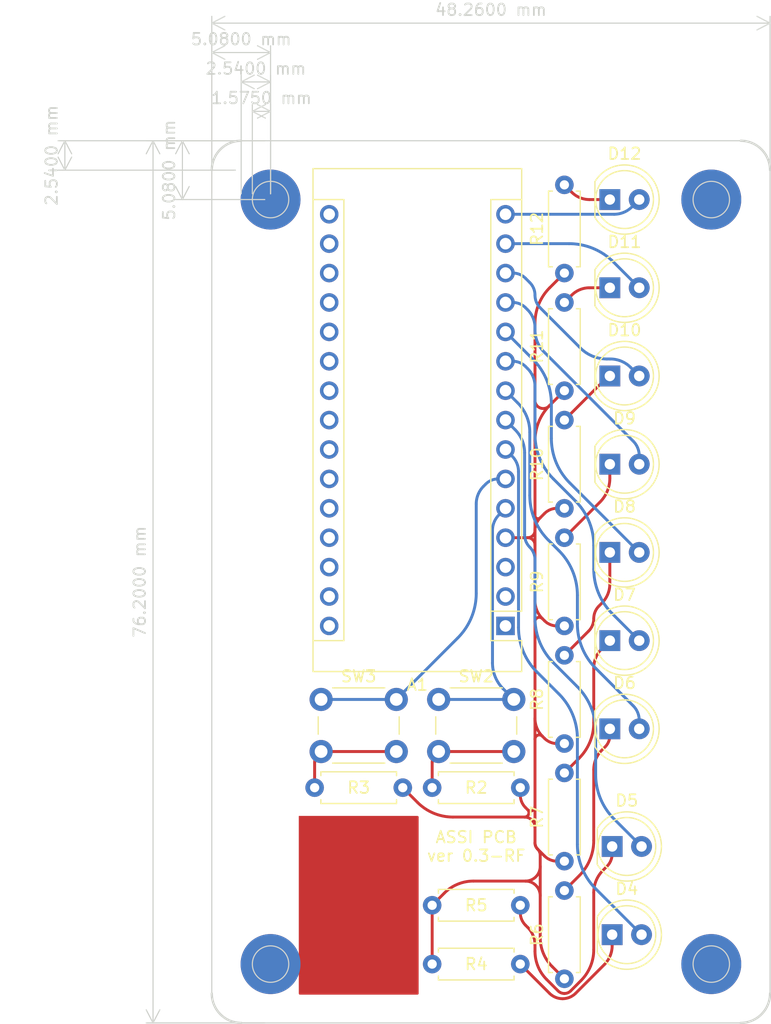
<source format=kicad_pcb>
(kicad_pcb (version 20211014) (generator pcbnew)
  (layers (0 "F.Cu" signal) (31 "B.Cu" signal) (34 "B.Paste" user) (35 "F.Paste" user) (36 "B.SilkS" user "B.Silkscreen") (37 "F.SilkS" user "F.Silkscreen") (38 "B.Mask" user) (39 "F.Mask" user) (44 "Edge.Cuts" user))
  (net 0 "")
  (net 4 "Net-(A1-Pad4)")
  (net 5 "Net-(A1-Pad5)")
  (net 6 "Net-(A1-Pad6)")
  (net 7 "Net-(A1-Pad7)")
  (net 8 "Net-(A1-Pad8)")
  (net 9 "Net-(A1-Pad9)")
  (net 10 "Net-(A1-Pad10)")
  (net 11 "Net-(A1-Pad11)")
  (net 12 "Net-(A1-Pad12)")
  (net 13 "Net-(A1-Pad13)")
  (net 14 "Net-(A1-Pad14)")
  (net 15 "Net-(A1-Pad15)")
  (net 31 "Net-(D9-Pad1)")
  (net 32 "Net-(D10-Pad1)")
  (net 33 "Net-(D11-Pad1)")
  (net 34 "Net-(D4-Pad1)")
  (net 35 "Net-(D5-Pad1)")
  (net 36 "Net-(D6-Pad1)")
  (net 37 "Net-(D7-Pad1)")
  (net 38 "Net-(D8-Pad1)")
  (net 39 "Net-(D12-Pad1)")
  (net 40 "Net-(R2-Pad2)")
  (net 41 "Net-(R3-Pad2)")
  (footprint "LED_THT:LED_D5.0mm" (layer "F.Cu") (at 187.4 103.1)
    (fp_text reference "D8" (at 1.27 -3.96) (layer "F.SilkS"))
    (fp_text value "LED")
    (fp_line (start -1.29 -1.545) (end -1.29 1.545) (layer "F.SilkS") (width 0.12))
    (fp_arc (start 4.26 -0.000462) (mid 2.072002 2.880433) (end -1.29 1.54483) (layer "F.SilkS") (width 0.12))
    (fp_arc (start -1.29 -1.54483) (mid 2.072002 -2.880433) (end 4.26 0.000462) (layer "F.SilkS") (width 0.12))
    (fp_circle (center 1.27 0) (end 3.77 0) (layer "F.SilkS") (width 0.12) (fill none))
    (pad "1" thru_hole rect (at 0 0) (size 1.8 1.8) (drill 0.9) (layers *.Cu *.Mask) (net 38 "Net-(D8-Pad1)"))
    (pad "2" thru_hole circle (at 2.54 0) (size 1.8 1.8) (drill 0.9) (layers *.Cu *.Mask) (net 11 "Net-(A1-Pad11)"))
  )
  (footprint "Resistor_THT:R_Axial_DIN0207_L6.3mm_D2.5mm_P7.62mm_Horizontal" (layer "F.Cu") (at 183.47 129.77 90)
    (fp_text reference "R7" (at 3.81 -2.37 90) (layer "F.SilkS"))
    (fp_text value "220R")
    (fp_line (start 0.54 -1.04) (end 0.54 -1.37) (layer "F.SilkS") (width 0.12))
    (fp_line (start 0.54 1.37) (end 7.08 1.37) (layer "F.SilkS") (width 0.12))
    (fp_line (start 7.08 -1.37) (end 7.08 -1.04) (layer "F.SilkS") (width 0.12))
    (fp_line (start 7.08 1.37) (end 7.08 1.04) (layer "F.SilkS") (width 0.12))
    (fp_line (start 0.54 -1.37) (end 7.08 -1.37) (layer "F.SilkS") (width 0.12))
    (fp_line (start 0.54 1.04) (end 0.54 1.37) (layer "F.SilkS") (width 0.12))
    (pad "1" thru_hole circle (at 0 0 90) (size 1.6 1.6) (drill 0.8) (layers *.Cu *.Mask) (net 4 "Net-(A1-Pad4)"))
    (pad "2" thru_hole oval (at 7.62 0 90) (size 1.6 1.6) (drill 0.8) (layers *.Cu *.Mask) (net 37 "Net-(D7-Pad1)"))
  )
  (footprint "LED_THT:LED_D5.0mm" (layer "F.Cu") (at 187.4 87.86)
    (fp_text reference "D10" (at 1.27 -3.96) (layer "F.SilkS"))
    (fp_text value "LED")
    (fp_line (start -1.29 -1.545) (end -1.29 1.545) (layer "F.SilkS") (width 0.12))
    (fp_arc (start 4.26 -0.000462) (mid 2.072002 2.880433) (end -1.29 1.54483) (layer "F.SilkS") (width 0.12))
    (fp_arc (start -1.29 -1.54483) (mid 2.072002 -2.880433) (end 4.26 0.000462) (layer "F.SilkS") (width 0.12))
    (fp_circle (center 1.27 0) (end 3.77 0) (layer "F.SilkS") (width 0.12) (fill none))
    (pad "1" thru_hole rect (at 0 0) (size 1.8 1.8) (drill 0.9) (layers *.Cu *.Mask) (net 32 "Net-(D10-Pad1)"))
    (pad "2" thru_hole circle (at 2.54 0) (size 1.8 1.8) (drill 0.9) (layers *.Cu *.Mask) (net 13 "Net-(A1-Pad13)"))
  )
  (footprint "Resistor_THT:R_Axial_DIN0207_L6.3mm_D2.5mm_P7.62mm_Horizontal" (layer "F.Cu") (at 183.47 89.13 90)
    (fp_text reference "R11" (at 3.81 -2.37 90) (layer "F.SilkS"))
    (fp_text value "220R")
    (fp_line (start 0.54 1.37) (end 7.08 1.37) (layer "F.SilkS") (width 0.12))
    (fp_line (start 0.54 -1.04) (end 0.54 -1.37) (layer "F.SilkS") (width 0.12))
    (fp_line (start 0.54 -1.37) (end 7.08 -1.37) (layer "F.SilkS") (width 0.12))
    (fp_line (start 0.54 1.04) (end 0.54 1.37) (layer "F.SilkS") (width 0.12))
    (fp_line (start 7.08 -1.37) (end 7.08 -1.04) (layer "F.SilkS") (width 0.12))
    (fp_line (start 7.08 1.37) (end 7.08 1.04) (layer "F.SilkS") (width 0.12))
    (pad "1" thru_hole circle (at 0 0 90) (size 1.6 1.6) (drill 0.8) (layers *.Cu *.Mask) (net 4 "Net-(A1-Pad4)"))
    (pad "2" thru_hole oval (at 7.62 0 90) (size 1.6 1.6) (drill 0.8) (layers *.Cu *.Mask) (net 33 "Net-(D11-Pad1)"))
  )
  (footprint "LOGO" (layer "F.Cu") (at 165.69 133.58 90)
    (fp_text reference "" (at 0 0 90) (layer "F.SilkS") (effects (font (size 1.524 1.524) (thickness 0.3))))
    (fp_text value "LOGO" hide)
  )
  (footprint "LED_THT:LED_D5.0mm" (layer "F.Cu") (at 187.6 128.5)
    (fp_text reference "D5" (at 1.27 -3.96) (layer "F.SilkS"))
    (fp_text value "LED")
    (fp_line (start -1.29 -1.545) (end -1.29 1.545) (layer "F.SilkS") (width 0.12))
    (fp_arc (start -1.29 -1.54483) (mid 2.072002 -2.880433) (end 4.26 0.000462) (layer "F.SilkS") (width 0.12))
    (fp_arc (start 4.26 -0.000462) (mid 2.072002 2.880433) (end -1.29 1.54483) (layer "F.SilkS") (width 0.12))
    (fp_circle (center 1.27 0) (end 3.77 0) (layer "F.SilkS") (width 0.12) (fill none))
    (pad "1" thru_hole rect (at 0 0) (size 1.8 1.8) (drill 0.9) (layers *.Cu *.Mask) (net 35 "Net-(D5-Pad1)"))
    (pad "2" thru_hole circle (at 2.54 0) (size 1.8 1.8) (drill 0.9) (layers *.Cu *.Mask) (net 8 "Net-(A1-Pad8)"))
  )
  (footprint "LED_THT:LED_D5.0mm" (layer "F.Cu") (at 187.4 95.48)
    (fp_text reference "D9" (at 1.27 -3.96) (layer "F.SilkS"))
    (fp_text value "LED")
    (fp_line (start -1.29 -1.545) (end -1.29 1.545) (layer "F.SilkS") (width 0.12))
    (fp_arc (start -1.29 -1.54483) (mid 2.072002 -2.880433) (end 4.26 0.000462) (layer "F.SilkS") (width 0.12))
    (fp_arc (start 4.26 -0.000462) (mid 2.072002 2.880433) (end -1.29 1.54483) (layer "F.SilkS") (width 0.12))
    (fp_circle (center 1.27 0) (end 3.77 0) (layer "F.SilkS") (width 0.12) (fill none))
    (pad "1" thru_hole rect (at 0 0) (size 1.8 1.8) (drill 0.9) (layers *.Cu *.Mask) (net 31 "Net-(D9-Pad1)"))
    (pad "2" thru_hole circle (at 2.54 0) (size 1.8 1.8) (drill 0.9) (layers *.Cu *.Mask) (net 12 "Net-(A1-Pad12)"))
  )
  (footprint "Resistor_THT:R_Axial_DIN0207_L6.3mm_D2.5mm_P7.62mm_Horizontal" (layer "F.Cu") (at 183.47 99.29 90)
    (fp_text reference "R10" (at 3.81 -2.37 90) (layer "F.SilkS"))
    (fp_text value "220R")
    (fp_line (start 0.54 -1.37) (end 7.08 -1.37) (layer "F.SilkS") (width 0.12))
    (fp_line (start 7.08 1.37) (end 7.08 1.04) (layer "F.SilkS") (width 0.12))
    (fp_line (start 0.54 1.04) (end 0.54 1.37) (layer "F.SilkS") (width 0.12))
    (fp_line (start 0.54 1.37) (end 7.08 1.37) (layer "F.SilkS") (width 0.12))
    (fp_line (start 0.54 -1.04) (end 0.54 -1.37) (layer "F.SilkS") (width 0.12))
    (fp_line (start 7.08 -1.37) (end 7.08 -1.04) (layer "F.SilkS") (width 0.12))
    (pad "1" thru_hole circle (at 0 0 90) (size 1.6 1.6) (drill 0.8) (layers *.Cu *.Mask) (net 4 "Net-(A1-Pad4)"))
    (pad "2" thru_hole oval (at 7.62 0 90) (size 1.6 1.6) (drill 0.8) (layers *.Cu *.Mask) (net 32 "Net-(D10-Pad1)"))
  )
  (footprint "LED_THT:LED_D5.0mm" (layer "F.Cu") (at 187.4 80.24)
    (fp_text reference "D11" (at 1.27 -3.96) (layer "F.SilkS"))
    (fp_text value "LED")
    (fp_line (start -1.29 -1.545) (end -1.29 1.545) (layer "F.SilkS") (width 0.12))
    (fp_arc (start 4.26 -0.000462) (mid 2.072002 2.880433) (end -1.29 1.54483) (layer "F.SilkS") (width 0.12))
    (fp_arc (start -1.29 -1.54483) (mid 2.072002 -2.880433) (end 4.26 0.000462) (layer "F.SilkS") (width 0.12))
    (fp_circle (center 1.27 0) (end 3.77 0) (layer "F.SilkS") (width 0.12) (fill none))
    (pad "1" thru_hole rect (at 0 0) (size 1.8 1.8) (drill 0.9) (layers *.Cu *.Mask) (net 33 "Net-(D11-Pad1)"))
    (pad "2" thru_hole circle (at 2.54 0) (size 1.8 1.8) (drill 0.9) (layers *.Cu *.Mask) (net 14 "Net-(A1-Pad14)"))
  )
  (footprint "LED_THT:LED_D5.0mm" (layer "F.Cu") (at 187.4 118.34)
    (fp_text reference "D6" (at 1.27 -3.96) (layer "F.SilkS"))
    (fp_text value "LED")
    (fp_line (start -1.29 -1.545) (end -1.29 1.545) (layer "F.SilkS") (width 0.12))
    (fp_arc (start 4.26 -0.000462) (mid 2.072002 2.880433) (end -1.29 1.54483) (layer "F.SilkS") (width 0.12))
    (fp_arc (start -1.29 -1.54483) (mid 2.072002 -2.880433) (end 4.26 0.000462) (layer "F.SilkS") (width 0.12))
    (fp_circle (center 1.27 0) (end 3.77 0) (layer "F.SilkS") (width 0.12) (fill none))
    (pad "1" thru_hole rect (at 0 0) (size 1.8 1.8) (drill 0.9) (layers *.Cu *.Mask) (net 36 "Net-(D6-Pad1)"))
    (pad "2" thru_hole circle (at 2.54 0) (size 1.8 1.8) (drill 0.9) (layers *.Cu *.Mask) (net 9 "Net-(A1-Pad9)"))
  )
  (footprint "Resistor_THT:R_Axial_DIN0207_L6.3mm_D2.5mm_P7.62mm_Horizontal" (layer "F.Cu") (at 172.04 138.66)
    (fp_text reference "R4" (at 3.81 0) (layer "F.SilkS"))
    (fp_text value "220R")
    (fp_line (start 0.54 -1.04) (end 0.54 -1.37) (layer "F.SilkS") (width 0.12))
    (fp_line (start 7.08 -1.37) (end 7.08 -1.04) (layer "F.SilkS") (width 0.12))
    (fp_line (start 0.54 -1.37) (end 7.08 -1.37) (layer "F.SilkS") (width 0.12))
    (fp_line (start 7.08 1.37) (end 7.08 1.04) (layer "F.SilkS") (width 0.12))
    (fp_line (start 0.54 1.04) (end 0.54 1.37) (layer "F.SilkS") (width 0.12))
    (fp_line (start 0.54 1.37) (end 7.08 1.37) (layer "F.SilkS") (width 0.12))
    (pad "1" thru_hole circle (at 0 0) (size 1.6 1.6) (drill 0.8) (layers *.Cu *.Mask) (net 4 "Net-(A1-Pad4)"))
    (pad "2" thru_hole oval (at 7.62 0) (size 1.6 1.6) (drill 0.8) (layers *.Cu *.Mask) (net 34 "Net-(D4-Pad1)"))
  )
  (footprint "Resistor_THT:R_Axial_DIN0207_L6.3mm_D2.5mm_P7.62mm_Horizontal" (layer "F.Cu") (at 179.66 123.42 180)
    (fp_text reference "R2" (at 3.81 0) (layer "F.SilkS"))
    (fp_text value "220R")
    (fp_line (start 0.54 1.04) (end 0.54 1.37) (layer "F.SilkS") (width 0.12))
    (fp_line (start 0.54 -1.04) (end 0.54 -1.37) (layer "F.SilkS") (width 0.12))
    (fp_line (start 0.54 1.37) (end 7.08 1.37) (layer "F.SilkS") (width 0.12))
    (fp_line (start 0.54 -1.37) (end 7.08 -1.37) (layer "F.SilkS") (width 0.12))
    (fp_line (start 7.08 1.37) (end 7.08 1.04) (layer "F.SilkS") (width 0.12))
    (fp_line (start 7.08 -1.37) (end 7.08 -1.04) (layer "F.SilkS") (width 0.12))
    (pad "1" thru_hole circle (at 0 0 180) (size 1.6 1.6) (drill 0.8) (layers *.Cu *.Mask) (net 4 "Net-(A1-Pad4)"))
    (pad "2" thru_hole oval (at 7.62 0 180) (size 1.6 1.6) (drill 0.8) (layers *.Cu *.Mask) (net 40 "Net-(R2-Pad2)"))
  )
  (footprint "Resistor_THT:R_Axial_DIN0207_L6.3mm_D2.5mm_P7.62mm_Horizontal" (layer "F.Cu") (at 183.47 139.93 90)
    (fp_text reference "R6" (at 3.81 -2.37 90) (layer "F.SilkS"))
    (fp_text value "220R")
    (fp_line (start 0.54 -1.37) (end 7.08 -1.37) (layer "F.SilkS") (width 0.12))
    (fp_line (start 0.54 1.04) (end 0.54 1.37) (layer "F.SilkS") (width 0.12))
    (fp_line (start 0.54 -1.04) (end 0.54 -1.37) (layer "F.SilkS") (width 0.12))
    (fp_line (start 7.08 -1.37) (end 7.08 -1.04) (layer "F.SilkS") (width 0.12))
    (fp_line (start 7.08 1.37) (end 7.08 1.04) (layer "F.SilkS") (width 0.12))
    (fp_line (start 0.54 1.37) (end 7.08 1.37) (layer "F.SilkS") (width 0.12))
    (pad "1" thru_hole circle (at 0 0 90) (size 1.6 1.6) (drill 0.8) (layers *.Cu *.Mask) (net 4 "Net-(A1-Pad4)"))
    (pad "2" thru_hole oval (at 7.62 0 90) (size 1.6 1.6) (drill 0.8) (layers *.Cu *.Mask) (net 36 "Net-(D6-Pad1)"))
  )
  (footprint "LED_THT:LED_D5.0mm" (layer "F.Cu") (at 187.6 136.12)
    (fp_text reference "D4" (at 1.27 -3.96) (layer "F.SilkS"))
    (fp_text value "LED")
    (fp_line (start -1.29 -1.545) (end -1.29 1.545) (layer "F.SilkS") (width 0.12))
    (fp_arc (start -1.29 -1.54483) (mid 2.072002 -2.880433) (end 4.26 0.000462) (layer "F.SilkS") (width 0.12))
    (fp_arc (start 4.26 -0.000462) (mid 2.072002 2.880433) (end -1.29 1.54483) (layer "F.SilkS") (width 0.12))
    (fp_circle (center 1.27 0) (end 3.77 0) (layer "F.SilkS") (width 0.12) (fill none))
    (pad "1" thru_hole rect (at 0 0) (size 1.8 1.8) (drill 0.9) (layers *.Cu *.Mask) (net 34 "Net-(D4-Pad1)"))
    (pad "2" thru_hole circle (at 2.54 0) (size 1.8 1.8) (drill 0.9) (layers *.Cu *.Mask) (net 7 "Net-(A1-Pad7)"))
  )
  (footprint "Button_Switch_THT:SW_PUSH_6mm" (layer "F.Cu") (at 162.44 115.8)
    (fp_text reference "SW3" (at 3.25 -2) (layer "F.SilkS"))
    (fp_text value "SW_Push")
    (fp_line (start 5.5 -1) (end 1 -1) (layer "F.SilkS") (width 0.12))
    (fp_line (start 1 5.5) (end 5.5 5.5) (layer "F.SilkS") (width 0.12))
    (fp_line (start -0.25 1.5) (end -0.25 3) (layer "F.SilkS") (width 0.12))
    (fp_line (start 6.75 3) (end 6.75 1.5) (layer "F.SilkS") (width 0.12))
    (pad "1" thru_hole circle (at 0 0 90) (size 2 2) (drill 1.1) (layers *.Cu *.Mask) (net 6 "Net-(A1-Pad6)"))
    (pad "1" thru_hole circle (at 6.5 0 90) (size 2 2) (drill 1.1) (layers *.Cu *.Mask) (net 6 "Net-(A1-Pad6)"))
    (pad "2" thru_hole circle (at 6.5 4.5 90) (size 2 2) (drill 1.1) (layers *.Cu *.Mask) (net 41 "Net-(R3-Pad2)"))
    (pad "2" thru_hole circle (at 0 4.5 90) (size 2 2) (drill 1.1) (layers *.Cu *.Mask) (net 41 "Net-(R3-Pad2)"))
  )
  (footprint "Resistor_THT:R_Axial_DIN0207_L6.3mm_D2.5mm_P7.62mm_Horizontal" (layer "F.Cu") (at 172.04 133.58)
    (fp_text reference "R5" (at 3.81 0) (layer "F.SilkS"))
    (fp_text value "220R")
    (fp_line (start 0.54 1.37) (end 7.08 1.37) (layer "F.SilkS") (width 0.12))
    (fp_line (start 0.54 -1.04) (end 0.54 -1.37) (layer "F.SilkS") (width 0.12))
    (fp_line (start 7.08 -1.37) (end 7.08 -1.04) (layer "F.SilkS") (width 0.12))
    (fp_line (start 0.54 -1.37) (end 7.08 -1.37) (layer "F.SilkS") (width 0.12))
    (fp_line (start 0.54 1.04) (end 0.54 1.37) (layer "F.SilkS") (width 0.12))
    (fp_line (start 7.08 1.37) (end 7.08 1.04) (layer "F.SilkS") (width 0.12))
    (pad "1" thru_hole circle (at 0 0) (size 1.6 1.6) (drill 0.8) (layers *.Cu *.Mask) (net 4 "Net-(A1-Pad4)"))
    (pad "2" thru_hole oval (at 7.62 0) (size 1.6 1.6) (drill 0.8) (layers *.Cu *.Mask) (net 35 "Net-(D5-Pad1)"))
  )
  (footprint "Button_Switch_THT:SW_PUSH_6mm" (layer "F.Cu") (at 172.6 115.8)
    (fp_text reference "SW2" (at 3.25 -2) (layer "F.SilkS"))
    (fp_text value "SW_Push")
    (fp_line (start 1 5.5) (end 5.5 5.5) (layer "F.SilkS") (width 0.12))
    (fp_line (start 6.75 3) (end 6.75 1.5) (layer "F.SilkS") (width 0.12))
    (fp_line (start -0.25 1.5) (end -0.25 3) (layer "F.SilkS") (width 0.12))
    (fp_line (start 5.5 -1) (end 1 -1) (layer "F.SilkS") (width 0.12))
    (pad "1" thru_hole circle (at 0 0 90) (size 2 2) (drill 1.1) (layers *.Cu *.Mask) (net 5 "Net-(A1-Pad5)"))
    (pad "1" thru_hole circle (at 6.5 0 90) (size 2 2) (drill 1.1) (layers *.Cu *.Mask) (net 5 "Net-(A1-Pad5)"))
    (pad "2" thru_hole circle (at 0 4.5 90) (size 2 2) (drill 1.1) (layers *.Cu *.Mask) (net 40 "Net-(R2-Pad2)"))
    (pad "2" thru_hole circle (at 6.5 4.5 90) (size 2 2) (drill 1.1) (layers *.Cu *.Mask) (net 40 "Net-(R2-Pad2)"))
  )
  (footprint "LED_THT:LED_D5.0mm" (layer "F.Cu") (at 187.4 110.72)
    (fp_text reference "D7" (at 1.27 -3.96) (layer "F.SilkS"))
    (fp_text value "LED")
    (fp_line (start -1.29 -1.545) (end -1.29 1.545) (layer "F.SilkS") (width 0.12))
    (fp_arc (start 4.26 -0.000462) (mid 2.072002 2.880433) (end -1.29 1.54483) (layer "F.SilkS") (width 0.12))
    (fp_arc (start -1.29 -1.54483) (mid 2.072002 -2.880433) (end 4.26 0.000462) (layer "F.SilkS") (width 0.12))
    (fp_circle (center 1.27 0) (end 3.77 0) (layer "F.SilkS") (width 0.12) (fill none))
    (pad "1" thru_hole rect (at 0 0) (size 1.8 1.8) (drill 0.9) (layers *.Cu *.Mask) (net 37 "Net-(D7-Pad1)"))
    (pad "2" thru_hole circle (at 2.54 0) (size 1.8 1.8) (drill 0.9) (layers *.Cu *.Mask) (net 10 "Net-(A1-Pad10)"))
  )
  (footprint "Resistor_THT:R_Axial_DIN0207_L6.3mm_D2.5mm_P7.62mm_Horizontal" (layer "F.Cu") (at 169.5 123.42 180)
    (fp_text reference "R3" (at 3.81 0) (layer "F.SilkS"))
    (fp_text value "220R")
    (fp_line (start 0.54 -1.37) (end 7.08 -1.37) (layer "F.SilkS") (width 0.12))
    (fp_line (start 0.54 -1.04) (end 0.54 -1.37) (layer "F.SilkS") (width 0.12))
    (fp_line (start 7.08 1.37) (end 7.08 1.04) (layer "F.SilkS") (width 0.12))
    (fp_line (start 7.08 -1.37) (end 7.08 -1.04) (layer "F.SilkS") (width 0.12))
    (fp_line (start 0.54 1.04) (end 0.54 1.37) (layer "F.SilkS") (width 0.12))
    (fp_line (start 0.54 1.37) (end 7.08 1.37) (layer "F.SilkS") (width 0.12))
    (pad "1" thru_hole circle (at 0 0 180) (size 1.6 1.6) (drill 0.8) (layers *.Cu *.Mask) (net 4 "Net-(A1-Pad4)"))
    (pad "2" thru_hole oval (at 7.62 0 180) (size 1.6 1.6) (drill 0.8) (layers *.Cu *.Mask) (net 41 "Net-(R3-Pad2)"))
  )
  (footprint "Module:Arduino_Nano" (layer "F.Cu") (at 178.38 109.45 180)
    (fp_text reference "A1" (at 7.62 -5.08) (layer "F.SilkS"))
    (fp_text value "Arduino_Nano_v3.x")
    (fp_line (start 1.27 -1.27) (end -1.4 -1.27) (layer "F.SilkS") (width 0.12))
    (fp_line (start 13.97 -1.27) (end 13.97 36.83) (layer "F.SilkS") (width 0.12))
    (fp_line (start 1.27 1.27) (end -1.4 1.27) (layer "F.SilkS") (width 0.12))
    (fp_line (start -1.4 39.5) (end 16.64 39.5) (layer "F.SilkS") (width 0.12))
    (fp_line (start 1.27 1.27) (end 1.27 36.83) (layer "F.SilkS") (width 0.12))
    (fp_line (start 1.27 1.27) (end 1.27 -1.27) (layer "F.SilkS") (width 0.12))
    (fp_line (start 13.97 36.83) (end 16.64 36.83) (layer "F.SilkS") (width 0.12))
    (fp_line (start -1.4 -3.94) (end -1.4 -1.27) (layer "F.SilkS") (width 0.12))
    (fp_line (start 1.27 36.83) (end -1.4 36.83) (layer "F.SilkS") (width 0.12))
    (fp_line (start -1.4 1.27) (end -1.4 39.5) (layer "F.SilkS") (width 0.12))
    (fp_line (start 13.97 -1.27) (end 16.64 -1.27) (layer "F.SilkS") (width 0.12))
    (fp_line (start 16.64 39.5) (end 16.64 -3.94) (layer "F.SilkS") (width 0.12))
    (fp_line (start 16.64 -3.94) (end -1.4 -3.94) (layer "F.SilkS") (width 0.12))
    (pad "1" thru_hole rect (at 0 0 180) (size 1.6 1.6) (drill 1) (layers *.Cu *.Mask))
    (pad "2" thru_hole oval (at 0 2.54 180) (size 1.6 1.6) (drill 1) (layers *.Cu *.Mask))
    (pad "3" thru_hole oval (at 0 5.08 180) (size 1.6 1.6) (drill 1) (layers *.Cu *.Mask))
    (pad "4" thru_hole oval (at 0 7.62 180) (size 1.6 1.6) (drill 1) (layers *.Cu *.Mask) (net 4 "Net-(A1-Pad4)"))
    (pad "5" thru_hole oval (at 0 10.16 180) (size 1.6 1.6) (drill 1) (layers *.Cu *.Mask) (net 5 "Net-(A1-Pad5)"))
    (pad "6" thru_hole oval (at 0 12.7 180) (size 1.6 1.6) (drill 1) (layers *.Cu *.Mask) (net 6 "Net-(A1-Pad6)"))
    (pad "7" thru_hole oval (at 0 15.24 180) (size 1.6 1.6) (drill 1) (layers *.Cu *.Mask) (net 7 "Net-(A1-Pad7)"))
    (pad "8" thru_hole oval (at 0 17.78 180) (size 1.6 1.6) (drill 1) (layers *.Cu *.Mask) (net 8 "Net-(A1-Pad8)"))
    (pad "9" thru_hole oval (at 0 20.32 180) (size 1.6 1.6) (drill 1) (layers *.Cu *.Mask) (net 9 "Net-(A1-Pad9)"))
    (pad "10" thru_hole oval (at 0 22.86 180) (size 1.6 1.6) (drill 1) (layers *.Cu *.Mask) (net 10 "Net-(A1-Pad10)"))
    (pad "11" thru_hole oval (at 0 25.4 180) (size 1.6 1.6) (drill 1) (layers *.Cu *.Mask) (net 11 "Net-(A1-Pad11)"))
    (pad "12" thru_hole oval (at 0 27.94 180) (size 1.6 1.6) (drill 1) (layers *.Cu *.Mask) (net 12 "Net-(A1-Pad12)"))
    (pad "13" thru_hole oval (at 0 30.48 180) (size 1.6 1.6) (drill 1) (layers *.Cu *.Mask) (net 13 "Net-(A1-Pad13)"))
    (pad "14" thru_hole oval (at 0 33.02 180) (size 1.6 1.6) (drill 1) (layers *.Cu *.Mask) (net 14 "Net-(A1-Pad14)"))
    (pad "15" thru_hole oval (at 0 35.56 180) (size 1.6 1.6) (drill 1) (layers *.Cu *.Mask) (net 15 "Net-(A1-Pad15)"))
    (pad "16" thru_hole oval (at 15.24 35.56 180) (size 1.6 1.6) (drill 1) (layers *.Cu *.Mask))
    (pad "17" thru_hole oval (at 15.24 33.02 180) (size 1.6 1.6) (drill 1) (layers *.Cu *.Mask))
    (pad "18" thru_hole oval (at 15.24 30.48 180) (size 1.6 1.6) (drill 1) (layers *.Cu *.Mask))
    (pad "19" thru_hole oval (at 15.24 27.94 180) (size 1.6 1.6) (drill 1) (layers *.Cu *.Mask))
    (pad "20" thru_hole oval (at 15.24 25.4 180) (size 1.6 1.6) (drill 1) (layers *.Cu *.Mask))
    (pad "21" thru_hole oval (at 15.24 22.86 180) (size 1.6 1.6) (drill 1) (layers *.Cu *.Mask))
    (pad "22" thru_hole oval (at 15.24 20.32 180) (size 1.6 1.6) (drill 1) (layers *.Cu *.Mask))
    (pad "23" thru_hole oval (at 15.24 17.78 180) (size 1.6 1.6) (drill 1) (layers *.Cu *.Mask))
    (pad "24" thru_hole oval (at 15.24 15.24 180) (size 1.6 1.6) (drill 1) (layers *.Cu *.Mask))
    (pad "25" thru_hole oval (at 15.24 12.7 180) (size 1.6 1.6) (drill 1) (layers *.Cu *.Mask))
    (pad "26" thru_hole oval (at 15.24 10.16 180) (size 1.6 1.6) (drill 1) (layers *.Cu *.Mask))
    (pad "27" thru_hole oval (at 15.24 7.62 180) (size 1.6 1.6) (drill 1) (layers *.Cu *.Mask))
    (pad "28" thru_hole oval (at 15.24 5.08 180) (size 1.6 1.6) (drill 1) (layers *.Cu *.Mask))
    (pad "29" thru_hole oval (at 15.24 2.54 180) (size 1.6 1.6) (drill 1) (layers *.Cu *.Mask))
    (pad "30" thru_hole oval (at 15.24 0 180) (size 1.6 1.6) (drill 1) (layers *.Cu *.Mask))
  )
  (footprint "Resistor_THT:R_Axial_DIN0207_L6.3mm_D2.5mm_P7.62mm_Horizontal" (layer "F.Cu") (at 183.47 78.97 90)
    (fp_text reference "R12" (at 3.81 -2.37 90) (layer "F.SilkS"))
    (fp_text value "220R")
    (fp_line (start 7.08 1.37) (end 7.08 1.04) (layer "F.SilkS") (width 0.12))
    (fp_line (start 7.08 -1.37) (end 7.08 -1.04) (layer "F.SilkS") (width 0.12))
    (fp_line (start 0.54 -1.37) (end 7.08 -1.37) (layer "F.SilkS") (width 0.12))
    (fp_line (start 0.54 1.04) (end 0.54 1.37) (layer "F.SilkS") (width 0.12))
    (fp_line (start 0.54 -1.04) (end 0.54 -1.37) (layer "F.SilkS") (width 0.12))
    (fp_line (start 0.54 1.37) (end 7.08 1.37) (layer "F.SilkS") (width 0.12))
    (pad "1" thru_hole circle (at 0 0 90) (size 1.6 1.6) (drill 0.8) (layers *.Cu *.Mask) (net 4 "Net-(A1-Pad4)"))
    (pad "2" thru_hole oval (at 7.62 0 90) (size 1.6 1.6) (drill 0.8) (layers *.Cu *.Mask) (net 39 "Net-(D12-Pad1)"))
  )
  (footprint "Resistor_THT:R_Axial_DIN0207_L6.3mm_D2.5mm_P7.62mm_Horizontal" (layer "F.Cu") (at 183.47 109.45 90)
    (fp_text reference "R9" (at 3.81 -2.37 90) (layer "F.SilkS"))
    (fp_text value "220R")
    (fp_line (start 7.08 1.37) (end 7.08 1.04) (layer "F.SilkS") (width 0.12))
    (fp_line (start 0.54 1.04) (end 0.54 1.37) (layer "F.SilkS") (width 0.12))
    (fp_line (start 0.54 -1.37) (end 7.08 -1.37) (layer "F.SilkS") (width 0.12))
    (fp_line (start 7.08 -1.37) (end 7.08 -1.04) (layer "F.SilkS") (width 0.12))
    (fp_line (start 0.54 -1.04) (end 0.54 -1.37) (layer "F.SilkS") (width 0.12))
    (fp_line (start 0.54 1.37) (end 7.08 1.37) (layer "F.SilkS") (width 0.12))
    (pad "1" thru_hole circle (at 0 0 90) (size 1.6 1.6) (drill 0.8) (layers *.Cu *.Mask) (net 4 "Net-(A1-Pad4)"))
    (pad "2" thru_hole oval (at 7.62 0 90) (size 1.6 1.6) (drill 0.8) (layers *.Cu *.Mask) (net 31 "Net-(D9-Pad1)"))
  )
  (footprint "Resistor_THT:R_Axial_DIN0207_L6.3mm_D2.5mm_P7.62mm_Horizontal" (layer "F.Cu") (at 183.47 119.61 90)
    (fp_text reference "R8" (at 3.81 -2.37 90) (layer "F.SilkS"))
    (fp_text value "220R")
    (fp_line (start 7.08 1.37) (end 7.08 1.04) (layer "F.SilkS") (width 0.12))
    (fp_line (start 0.54 1.04) (end 0.54 1.37) (layer "F.SilkS") (width 0.12))
    (fp_line (start 0.54 -1.37) (end 7.08 -1.37) (layer "F.SilkS") (width 0.12))
    (fp_line (start 7.08 -1.37) (end 7.08 -1.04) (layer "F.SilkS") (width 0.12))
    (fp_line (start 0.54 1.37) (end 7.08 1.37) (layer "F.SilkS") (width 0.12))
    (fp_line (start 0.54 -1.04) (end 0.54 -1.37) (layer "F.SilkS") (width 0.12))
    (pad "1" thru_hole circle (at 0 0 90) (size 1.6 1.6) (drill 0.8) (layers *.Cu *.Mask) (net 4 "Net-(A1-Pad4)"))
    (pad "2" thru_hole oval (at 7.62 0 90) (size 1.6 1.6) (drill 0.8) (layers *.Cu *.Mask) (net 38 "Net-(D8-Pad1)"))
  )
  (footprint "LED_THT:LED_D5.0mm" (layer "F.Cu") (at 187.4 72.62)
    (fp_text reference "D12" (at 1.27 -3.96) (layer "F.SilkS"))
    (fp_text value "LED")
    (fp_line (start -1.29 -1.545) (end -1.29 1.545) (layer "F.SilkS") (width 0.12))
    (fp_arc (start 4.26 -0.000462) (mid 2.072002 2.880433) (end -1.29 1.54483) (layer "F.SilkS") (width 0.12))
    (fp_arc (start -1.29 -1.54483) (mid 2.072002 -2.880433) (end 4.26 0.000462) (layer "F.SilkS") (width 0.12))
    (fp_circle (center 1.27 0) (end 3.77 0) (layer "F.SilkS") (width 0.12) (fill none))
    (pad "1" thru_hole rect (at 0 0) (size 1.8 1.8) (drill 0.9) (layers *.Cu *.Mask) (net 39 "Net-(D12-Pad1)"))
    (pad "2" thru_hole circle (at 2.54 0) (size 1.8 1.8) (drill 0.9) (layers *.Cu *.Mask) (net 15 "Net-(A1-Pad15)"))
  )
  (gr_rect (start 160.61 125.96) (end 170.77 141.2) (layer "F.Cu") (width 0.2) (fill solid))
  (gr_circle (center 196.17 72.62) (end 198.71 72.62) (layer "F.Cu") (width 0.1) (fill solid))
  (gr_circle (center 196.17 138.66) (end 198.71 138.66) (layer "F.Cu") (width 0.1) (fill solid))
  (gr_circle (center 158.07 138.66) (end 160.61 138.66) (layer "F.Cu") (width 0.1) (fill solid))
  (gr_circle (center 158.07 72.62) (end 160.61 72.62) (layer "F.Cu") (width 0.1) (fill solid))
  (gr_circle (center 158.07 138.66) (end 160.61 138.66) (layer "B.Cu") (width 0.1) (fill solid))
  (gr_circle (center 196.17 72.62) (end 198.71 72.62) (layer "B.Cu") (width 0.1) (fill solid))
  (gr_circle (center 158.07 72.62) (end 160.61 72.62) (layer "B.Cu") (width 0.1) (fill solid))
  (gr_circle (center 196.17 138.66) (end 198.71 138.66) (layer "B.Cu") (width 0.1) (fill solid))
  (gr_circle (center 158.07 138.66) (end 159.645 138.66) (layer "Edge.Cuts") (width 0.1) (fill none))
  (gr_arc (start 198.71 67.54) (mid 200.506051 68.283949) (end 201.25 70.08) (layer "Edge.Cuts") (width 0.2))
  (gr_circle (center 158.07 72.62) (end 159.645 72.62) (layer "Edge.Cuts") (width 0.1) (fill none))
  (gr_line (start 198.71 67.54) (end 155.53 67.54) (layer "Edge.Cuts") (width 0.1))
  (gr_arc (start 155.53 143.74) (mid 153.733949 142.996051) (end 152.99 141.2) (layer "Edge.Cuts") (width 0.2))
  (gr_line (start 155.53 143.74) (end 198.71 143.74) (layer "Edge.Cuts") (width 0.1))
  (gr_arc (start 152.99 70.08) (mid 153.733949 68.283949) (end 155.53 67.54) (layer "Edge.Cuts") (width 0.2))
  (gr_line (start 201.25 141.2) (end 201.25 70.08) (layer "Edge.Cuts") (width 0.1))
  (gr_circle (center 196.17 72.62) (end 197.745 72.62) (layer "Edge.Cuts") (width 0.1) (fill none))
  (gr_circle (center 196.17 138.66) (end 197.745 138.66) (layer "Edge.Cuts") (width 0.1) (fill none))
  (gr_arc (start 201.25 141.2) (mid 200.506051 142.996051) (end 198.71 143.74) (layer "Edge.Cuts") (width 0.2))
  (gr_line (start 152.99 70.08) (end 152.99 141.2) (layer "Edge.Cuts") (width 0.1))
  (gr_text "ASSI PCB\nver 0.3-RF" (at 175.85 128.5) (layer "F.SilkS") (effects (font (size 1 1))))
  (dimension (type aligned) (layer "Edge.Cuts") (pts (xy 152.99 72.62) (xy 158.07 72.62)) (height -12.7) (gr_text "5.0800 mm" (at 155.53 58.77) (layer "Edge.Cuts") (effects (font (size 1 1) (thickness 0.15)))) (format (units 3) (units_format 1) (precision 4)) (style (thickness 0.1) (arrow_length 1.27) (text_position_mode 0) (extension_height 0.58642) (extension_offset 0.5) keep_text_aligned))
  (dimension (type aligned) (layer "Edge.Cuts") (pts (xy 152.99 70.08) (xy 201.25 70.08)) (height -12.7) (gr_text "48.2600 mm" (at 177.12 56.23) (layer "Edge.Cuts") (effects (font (size 1 1) (thickness 0.15)))) (format (units 3) (units_format 1) (precision 4)) (style (thickness 0.1) (arrow_length 1.27) (text_position_mode 0) (extension_height 0.58642) (extension_offset 0.5) keep_text_aligned))
  (dimension (type aligned) (layer "Edge.Cuts") (pts (xy 155.53 70.08) (xy 155.53 67.54)) (height -15.24) (gr_text "2.5400 mm" (at 139.14 68.81 90) (layer "Edge.Cuts") (effects (font (size 1 1) (thickness 0.15)))) (format (units 3) (units_format 1) (precision 4)) (style (thickness 0.1) (arrow_length 1.27) (text_position_mode 0) (extension_height 0.58642) (extension_offset 0.5) keep_text_aligned))
  (dimension (type aligned) (layer "Edge.Cuts") (pts (xy 158.07 72.62) (xy 156.495 72.62)) (height 7.62) (gr_text "1.5750 mm" (at 157.2825 63.85) (layer "Edge.Cuts") (effects (font (size 1 1) (thickness 0.15)))) (format (units 3) (units_format 1) (precision 4)) (style (thickness 0.1) (arrow_length 1.27) (text_position_mode 0) (extension_height 0.58642) (extension_offset 0.5) keep_text_aligned))
  (dimension (type aligned) (layer "Edge.Cuts") (pts (xy 158.07 143.74) (xy 158.07 67.54)) (height -10.16) (gr_text "76.2000 mm" (at 146.76 105.64 90) (layer "Edge.Cuts") (effects (font (size 1 1) (thickness 0.15)))) (format (units 3) (units_format 1) (precision 4)) (style (thickness 0.1) (arrow_length 1.27) (text_position_mode 0) (extension_height 0.58642) (extension_offset 0.5) keep_text_aligned))
  (dimension (type aligned) (layer "Edge.Cuts") (pts (xy 158.07 72.62) (xy 158.07 67.54)) (height -7.62) (gr_text "5.0800 mm" (at 149.3 70.08 90) (layer "Edge.Cuts") (effects (font (size 1 1) (thickness 0.15)))) (format (units 3) (units_format 1) (precision 4)) (style (thickness 0.1) (arrow_length 1.27) (text_position_mode 0) (extension_height 0.58642) (extension_offset 0.5) keep_text_aligned))
  (dimension (type aligned) (layer "Edge.Cuts") (pts (xy 158.07 72.62) (xy 155.53 72.62)) (height 10.16) (gr_text "2.5400 mm" (at 156.8 61.31) (layer "Edge.Cuts") (effects (font (size 1 1) (thickness 0.15)))) (format (units 3) (units_format 1) (precision 4)) (style (thickness 0.1) (arrow_length 1.27) (text_position_mode 0) (extension_height 0.58642) (extension_offset 0.5) keep_text_aligned))
  (segment (start 181.750986 99.739012) (end 181.379012 100.110987) (width 0.25) (layer "F.Cu") (net 4))
  (segment (start 181.37952 136.361327) (end 181.37952 132.75952) (width 0.25) (layer "F.Cu") (net 4))
  (segment (start 180.93 107.281974) (end 180.93 102.465) (width 0.25) (layer "F.Cu") (net 4))
  (segment (start 182.835 109.45) (end 183.47 109.45) (width 0.25) (layer "F.Cu") (net 4))
  (segment (start 181.15476 128.72476) (end 181.750987 129.320987) (width 0.25) (layer "F.Cu") (net 4))
  (segment (start 172.04 133.58) (end 172.04 138.66) (width 0.25) (layer "F.Cu") (net 4))
  (segment (start 180.93 90.050086) (end 180.93 83.306051) (width 0.25) (layer "F.Cu") (net 4))
  (segment (start 180.93 125.061974) (end 180.93 126.858025) (width 0.25) (layer "F.Cu") (net 4))
  (segment (start 181.750987 109.000987) (end 181.565 108.815) (width 0.25) (layer "F.Cu") (net 4))
  (segment (start 170.77 124.69) (end 169.5 123.42) (width 0.25) (layer "F.Cu") (net 4))
  (segment (start 182.835 119.61) (end 183.47 119.61) (width 0.25) (layer "F.Cu") (net 4))
  (segment (start 180.93 93.466051) (end 180.93 99.925) (width 0.25) (layer "F.Cu") (net 4))
  (segment (start 180.295 101.83) (end 178.38 101.83) (width 0.25) (layer "F.Cu") (net 4))
  (segment (start 180.93 128.182141) (end 180.93 126.858025) (width 0.25) (layer "F.Cu") (net 4))
  (segment (start 180.93 125.061974) (end 180.93 119.238025) (width 0.25) (layer "F.Cu") (net 4))
  (segment (start 182.42476 138.88476) (end 183.47 139.93) (width 0.25) (layer "F.Cu") (net 4))
  (segment (start 180.93 109.078025) (end 180.93 107.281974) (width 0.25) (layer "F.Cu") (net 4))
  (segment (start 182.835 129.77) (end 183.47 129.77) (width 0.25) (layer "F.Cu") (net 4))
  (segment (start 182.835 99.29) (end 183.47 99.29) (width 0.25) (layer "F.Cu") (net 4))
  (segment (start 175.608672 131.48952) (end 180.10952 131.48952) (width 0.25) (layer "F.Cu") (net 4))
  (segment (start 179.66 124.055) (end 179.66 123.42) (width 0.25) (layer "F.Cu") (net 4))
  (segment (start 180.93 119.238025) (end 180.93 117.441974) (width 0.25) (layer "F.Cu") (net 4))
  (segment (start 181.37952 130.21952) (end 181.37952 132.75952) (width 0.25) (layer "F.Cu") (net 4))
  (segment (start 182.2 90.4) (end 183.47 89.13) (width 0.25) (layer "F.Cu") (net 4))
  (segment (start 181.750987 119.160987) (end 181.565 118.975) (width 0.25) (layer "F.Cu") (net 4))
  (segment (start 182.2 80.24) (end 183.47 78.97) (width 0.25) (layer "F.Cu") (net 4))
  (segment (start 180.93 117.441974) (end 180.93 109.078025) (width 0.25) (layer "F.Cu") (net 4))
  (segment (start 180.93 101.195) (end 180.93 102.465) (width 0.25) (layer "F.Cu") (net 4))
  (segment (start 180.295 125.325) (end 180.109012 125.139012) (width 0.25) (layer "F.Cu") (net 4))
  (segment (start 173.08524 132.53476) (end 172.04 133.58) (width 0.25) (layer "F.Cu") (net 4))
  (segment (start 181.37952 129.267378) (end 181.37952 130.21952) (width 0.25) (layer "F.Cu") (net 4))
  (segment (start 180.93 93.466051) (end 180.93 90.050086) (width 0.25) (layer "F.Cu") (net 4))
  (segment (start 180.031974 125.96) (end 173.836051 125.96) (width 0.25) (layer "F.Cu") (net 4))
  (segment (start 180.93 101.195) (end 180.93 99.925) (width 0.25) (layer "F.Cu") (net 4))
  (arc (start 180.295 125.325) (mid 180.700374 125.405633) (end 180.93 125.061974) (width 0.25) (layer "F.Cu") (net 4))
  (arc (start 180.93 128.182141) (mid 180.988413 128.475804) (end 181.15476 128.72476) (width 0.25) (layer "F.Cu") (net 4))
  (arc (start 180.295 101.83) (mid 180.744012 101.644012) (end 180.93 101.195) (width 0.25) (layer "F.Cu") (net 4))
  (arc (start 181.379012 100.110987) (mid 181.046694 100.608336) (end 180.93 101.195) (width 0.25) (layer "F.Cu") (net 4))
  (arc (start 181.15476 128.72476) (mid 180.988413 128.475804) (end 180.93 128.182141) (width 0.25) (layer "F.Cu") (net 4))
  (arc (start 175.608672 131.48952) (mid 174.243 131.761169) (end 173.08524 132.53476) (width 0.25) (layer "F.Cu") (net 4))
  (arc (start 182.2 80.24) (mid 181.260062 81.646716) (end 180.93 83.306051) (width 0.25) (layer "F.Cu") (net 4))
  (arc (start 170.77 124.69) (mid 172.176716 125.629937) (end 173.836051 125.96) (width 0.25) (layer "F.Cu") (net 4))
  (arc (start 181.750987 119.160987) (mid 182.248336 119.493305) (end 182.835 119.61) (width 0.25) (layer "F.Cu") (net 4))
  (arc (start 180.10952 131.48952) (mid 181.007545 131.117545) (end 181.37952 130.21952) (width 0.25) (layer "F.Cu") (net 4))
  (arc (start 182.835 99.29) (mid 182.248336 99.406694) (end 181.750986 99.739012) (width 0.25) (layer "F.Cu") (net 4))
  (arc (start 181.15476 128.72476) (mid 181.15476 128.72476) (end 181.15476 128.72476) (width 0.25) (layer "F.Cu") (net 4))
  (arc (start 180.93 90.050086) (mid 181.389251 90.624961) (end 182.2 90.4) (width 0.25) (layer "F.Cu") (net 4))
  (arc (start 180.93 126.858025) (mid 180.666974 126.223025) (end 180.031974 125.96) (width 0.25) (layer "F.Cu") (net 4))
  (arc (start 181.565 118.975) (mid 181.159625 118.894365) (end 180.93 119.238025) (width 0.25) (layer "F.Cu") (net 4))
  (arc (start 181.37952 136.361327) (mid 181.651169 137.726999) (end 182.42476 138.88476) (width 0.25) (layer "F.Cu") (net 4))
  (arc (start 181.565 108.815) (mid 181.159625 108.734365) (end 180.93 109.078025) (width 0.25) (layer "F.Cu") (net 4))
  (arc (start 180.93 99.925) (mid 181.092369 100.168003) (end 181.379012 100.110987) (width 0.25) (layer "F.Cu") (net 4))
  (arc (start 182.2 90.4) (mid 181.260062 91.806716) (end 180.93 93.466051) (width 0.25) (layer "F.Cu") (net 4))
  (arc (start 180.93 102.465) (mid 180.744012 102.015987) (end 180.295 101.83) (width 0.25) (layer "F.Cu") (net 4))
  (arc (start 180.93 107.281974) (mid 181.095031 108.111641) (end 181.565 108.815) (width 0.25) (layer "F.Cu") (net 4))
  (arc (start 181.37952 132.75952) (mid 181.007545 131.861494) (end 180.10952 131.48952) (width 0.25) (layer "F.Cu") (net 4))
  (arc (start 180.031974 125.96) (mid 180.375633 125.730374) (end 180.295 125.325) (width 0.25) (layer "F.Cu") (net 4))
  (arc (start 181.750987 129.320987) (mid 182.248336 129.653305) (end 182.835 129.77) (width 0.25) (layer "F.Cu") (net 4))
  (arc (start 180.93 117.441974) (mid 181.095031 118.271641) (end 181.565 118.975) (width 0.25) (layer "F.Cu") (net 4))
  (arc (start 179.66 124.055) (mid 179.776694 124.641663) (end 180.109012 125.139012) (width 0.25) (layer "F.Cu") (net 4))
  (arc (start 181.750987 109.000987) (mid 182.248336 109.333305) (end 182.835 109.45) (width 0.25) (layer "F.Cu") (net 4))
  (arc (start 181.15476 128.72476) (mid 181.321106 128.973715) (end 181.37952 129.267378) (width 0.25) (layer "F.Cu") (net 4))
  (segment (start 177.817744 99.852255) (end 178.38 99.29) (width 0.25) (layer "B.Cu") (net 5))
  (segment (start 179.1 115.8) (end 172.6 115.8) (width 0.25) (layer "B.Cu") (net 5))
  (segment (start 177.255489 112.651222) (end 177.255489 101.20966) (width 0.25) (layer "B.Cu") (net 5))
  (segment (start 178.177744 114.877744) (end 179.1 115.8) (width 0.25) (layer "B.Cu") (net 5))
  (arc (start 177.255489 112.651222) (mid 177.495175 113.856207) (end 178.177744 114.877744) (width 0.25) (layer "B.Cu") (net 5))
  (arc (start 177.817744 99.852255) (mid 177.401614 100.475037) (end 177.255489 101.20966) (width 0.25) (layer "B.Cu") (net 5))
  (segment (start 168.94 115.8) (end 174.256207 110.483792) (width 0.25) (layer "B.Cu") (net 6))
  (segment (start 168.94 115.8) (end 162.44 115.8) (width 0.25) (layer "B.Cu") (net 6))
  (segment (start 176.484999 97.384999) (end 176.674522 97.195477) (width 0.25) (layer "B.Cu") (net 6))
  (segment (start 175.85 106.636036) (end 175.85 98.918025) (width 0.25) (layer "B.Cu") (net 6))
  (segment (start 177.75 96.75) (end 178.38 96.75) (width 0.25) (layer "B.Cu") (net 6))
  (arc (start 175.85 106.636036) (mid 175.435786 108.718426) (end 174.256207 110.483792) (width 0.25) (layer "B.Cu") (net 6))
  (arc (start 177.75 96.75) (mid 177.167955 96.865775) (end 176.674522 97.195477) (width 0.25) (layer "B.Cu") (net 6))
  (arc (start 176.484999 97.384999) (mid 176.01503 98.088357) (end 175.85 98.918025) (width 0.25) (layer "B.Cu") (net 6))
  (segment (start 183.000718 115.330718) (end 181.098303 113.428303) (width 0.25) (layer "B.Cu") (net 7))
  (segment (start 179.504511 109.580547) (end 179.504511 96.12966) (width 0.25) (layer "B.Cu") (net 7))
  (segment (start 184.594511 119.178474) (end 184.594511 128.320547) (width 0.25) (layer "B.Cu") (net 7))
  (segment (start 178.942255 94.772255) (end 178.38 94.21) (width 0.25) (layer "B.Cu") (net 7))
  (segment (start 186.188303 132.168303) (end 190.14 136.12) (width 0.25) (layer "B.Cu") (net 7))
  (arc (start 184.594511 128.320547) (mid 185.008724 130.402937) (end 186.188303 132.168303) (width 0.25) (layer "B.Cu") (net 7))
  (arc (start 179.504511 109.580547) (mid 179.918724 111.662937) (end 181.098303 113.428303) (width 0.25) (layer "B.Cu") (net 7))
  (arc (start 183.000718 115.330718) (mid 184.180297 117.096083) (end 184.594511 119.178474) (width 0.25) (layer "B.Cu") (net 7))
  (arc (start 178.942255 94.772255) (mid 179.358385 95.395037) (end 179.504511 96.12966) (width 0.25) (layer "B.Cu") (net 7))
  (segment (start 182.523792 112.634092) (end 184.581696 114.691996) (width 0.25) (layer "B.Cu") (net 8))
  (segment (start 180.93 108.786336) (end 180.93 103.735717) (width 0.25) (layer "B.Cu") (net 8))
  (segment (start 180.03096 94.488365) (end 180.03096 101.565242) (width 0.25) (layer "B.Cu") (net 8))
  (segment (start 179.20548 92.49548) (end 178.38 91.67) (width 0.25) (layer "B.Cu") (net 8))
  (segment (start 186.175489 122.281525) (end 186.175489 118.539752) (width 0.25) (layer "B.Cu") (net 8))
  (segment (start 187.769281 126.129281) (end 190.14 128.5) (width 0.25) (layer "B.Cu") (net 8))
  (arc (start 186.175489 122.281525) (mid 186.589702 124.363915) (end 187.769281 126.129281) (width 0.25) (layer "B.Cu") (net 8))
  (arc (start 184.581696 114.691996) (mid 185.761275 116.457361) (end 186.175489 118.539752) (width 0.25) (layer "B.Cu") (net 8))
  (arc (start 180.03096 101.565242) (mid 180.147786 102.152568) (end 180.48048 102.65048) (width 0.25) (layer "B.Cu") (net 8))
  (arc (start 180.93 108.786336) (mid 181.344213 110.868726) (end 182.523792 112.634092) (width 0.25) (layer "B.Cu") (net 8))
  (arc (start 179.20548 92.49548) (mid 179.816424 93.409823) (end 180.03096 94.488365) (width 0.25) (layer "B.Cu") (net 8))
  (arc (start 180.48048 102.65048) (mid 180.813173 103.148391) (end 180.93 103.735717) (width 0.25) (layer "B.Cu") (net 8))
  (segment (start 183.000718 102.951018) (end 182.074272 102.024572) (width 0.25) (layer "B.Cu") (net 9))
  (segment (start 179.43024 90.18024) (end 178.38 89.13) (width 0.25) (layer "B.Cu") (net 9))
  (segment (start 189.42017 116.34987) (end 186.188303 113.118003) (width 0.25) (layer "B.Cu") (net 9))
  (segment (start 184.594511 106.798774) (end 184.594511 109.270247) (width 0.25) (layer "B.Cu") (net 9))
  (segment (start 180.48048 98.176816) (end 180.48048 92.715743) (width 0.25) (layer "B.Cu") (net 9))
  (segment (start 189.94 117.60485) (end 189.94 118.34) (width 0.25) (layer "B.Cu") (net 9))
  (arc (start 183.000718 102.951018) (mid 184.180297 104.716383) (end 184.594511 106.798774) (width 0.25) (layer "B.Cu") (net 9))
  (arc (start 179.43024 90.18024) (mid 180.207531 91.343538) (end 180.48048 92.715743) (width 0.25) (layer "B.Cu") (net 9))
  (arc (start 184.594511 109.270247) (mid 185.008724 111.352637) (end 186.188303 113.118003) (width 0.25) (layer "B.Cu") (net 9))
  (arc (start 180.48048 98.176816) (mid 180.894693 100.259206) (end 182.074272 102.024572) (width 0.25) (layer "B.Cu") (net 9))
  (arc (start 189.42017 116.34987) (mid 189.8049 116.925659) (end 189.94 117.60485) (width 0.25) (layer "B.Cu") (net 9))
  (segment (start 179.02 86.59) (end 178.38 86.59) (width 0.25) (layer "B.Cu") (net 10))
  (segment (start 187.603792 108.383792) (end 189.94 110.72) (width 0.25) (layer "B.Cu") (net 10))
  (segment (start 186.01 102.493663) (end 186.01 104.536036) (width 0.25) (layer "B.Cu") (net 10))
  (segment (start 184.416207 98.645907) (end 182.523792 96.753492) (width 0.25) (layer "B.Cu") (net 10))
  (segment (start 180.112548 87.042548) (end 180.295 87.225) (width 0.25) (layer "B.Cu") (net 10))
  (segment (start 180.93 88.758025) (end 180.93 92.905736) (width 0.25) (layer "B.Cu") (net 10))
  (arc (start 184.416207 98.645907) (mid 185.595786 100.411272) (end 186.01 102.493663) (width 0.25) (layer "B.Cu") (net 10))
  (arc (start 186.01 104.536036) (mid 186.424213 106.618426) (end 187.603792 108.383792) (width 0.25) (layer "B.Cu") (net 10))
  (arc (start 180.295 87.225) (mid 180.764968 87.928357) (end 180.93 88.758025) (width 0.25) (layer "B.Cu") (net 10))
  (arc (start 180.93 92.905736) (mid 181.344213 94.988126) (end 182.523792 96.753492) (width 0.25) (layer "B.Cu") (net 10))
  (arc (start 180.112548 87.042548) (mid 179.611282 86.707613) (end 179.02 86.59) (width 0.25) (layer "B.Cu") (net 10))
  (segment (start 183.939281 97.099281) (end 189.94 103.1) (width 0.25) (layer "B.Cu") (net 11))
  (segment (start 180.751696 86.421696) (end 178.38 84.05) (width 0.25) (layer "B.Cu") (net 11))
  (segment (start 182.345489 93.251525) (end 182.345489 90.269452) (width 0.25) (layer "B.Cu") (net 11))
  (arc (start 180.751696 86.421696) (mid 181.931275 88.187061) (end 182.345489 90.269452) (width 0.25) (layer "B.Cu") (net 11))
  (arc (start 182.345489 93.251525) (mid 182.759702 95.333915) (end 183.939281 97.099281) (width 0.25) (layer "B.Cu") (net 11))
  (segment (start 180.112548 81.962548) (end 180.295 82.145) (width 0.25) (layer "B.Cu") (net 12))
  (segment (start 179.02 81.51) (end 178.38 81.51) (width 0.25) (layer "B.Cu") (net 12))
  (segment (start 181.714782 85.784482) (end 189.42017 93.48987) (width 0.25) (layer "B.Cu") (net 12))
  (segment (start 180.93 83.88985) (end 180.93 83.678025) (width 0.25) (layer "B.Cu") (net 12))
  (segment (start 189.94 94.74485) (end 189.94 95.48) (width 0.25) (layer "B.Cu") (net 12))
  (arc (start 180.295 82.145) (mid 180.764968 82.848357) (end 180.93 83.678025) (width 0.25) (layer "B.Cu") (net 12))
  (arc (start 180.112548 81.962548) (mid 179.611282 81.627613) (end 179.02 81.51) (width 0.25) (layer "B.Cu") (net 12))
  (arc (start 180.93 83.88985) (mid 181.133958 84.915217) (end 181.714782 85.784482) (width 0.25) (layer "B.Cu") (net 12))
  (arc (start 189.42017 93.48987) (mid 189.8049 94.065659) (end 189.94 94.74485) (width 0.25) (layer "B.Cu") (net 12))
  (segment (start 184.855712 85.445712) (end 181.382548 81.972548) (width 0.25) (layer "B.Cu") (net 13))
  (segment (start 180.112548 79.422548) (end 180.477451 79.787451) (width 0.25) (layer "B.Cu") (net 13))
  (segment (start 179.02 78.97) (end 178.38 78.97) (width 0.25) (layer "B.Cu") (net 13))
  (segment (start 189.20485 87.12485) (end 189.94 87.86) (width 0.25) (layer "B.Cu") (net 13))
  (segment (start 187.43004 86.3897) (end 187.1347 86.3897) (width 0.25) (layer "B.Cu") (net 13))
  (arc (start 184.855712 85.445712) (mid 185.90132 86.144365) (end 187.1347 86.3897) (width 0.25) (layer "B.Cu") (net 13))
  (arc (start 180.477451 79.787451) (mid 180.812386 80.288716) (end 180.93 80.88) (width 0.25) (layer "B.Cu") (net 13))
  (arc (start 180.112548 79.422548) (mid 179.611282 79.087613) (end 179.02 78.97) (width 0.25) (layer "B.Cu") (net 13))
  (arc (start 180.93 80.88) (mid 181.047613 81.471282) (end 181.382548 81.972548) (width 0.25) (layer "B.Cu") (net 13))
  (arc (start 189.20485 87.12485) (mid 188.39056 86.580759) (end 187.43004 86.3897) (width 0.25) (layer "B.Cu") (net 13))
  (segment (start 187.723792 78.023792) (end 189.94 80.24) (width 0.25) (layer "B.Cu") (net 14))
  (segment (start 183.876036 76.43) (end 178.38 76.43) (width 0.25) (layer "B.Cu") (net 14))
  (arc (start 187.723792 78.023792) (mid 185.958426 76.844213) (end 183.876036 76.43) (width 0.25) (layer "B.Cu") (net 14))
  (segment (start 187.771974 73.89) (end 178.38 73.89) (width 0.25) (layer "B.Cu") (net 15))
  (segment (start 189.305 73.255) (end 189.94 72.62) (width 0.25) (layer "B.Cu") (net 15))
  (arc (start 189.305 73.255) (mid 188.601641 73.724968) (end 187.771974 73.89) (width 0.25) (layer "B.Cu") (net 15))
  (segment (start 187.4 96.69) (end 187.4 95.48) (width 0.25) (layer "F.Cu") (net 31))
  (segment (start 186.5444 98.755599) (end 183.47 101.83) (width 0.25) (layer "F.Cu") (net 31))
  (arc (start 187.4 96.69) (mid 187.177636 97.807894) (end 186.5444 98.755599) (width 0.25) (layer "F.Cu") (net 31))
  (segment (start 187.34 87.86) (end 187.4 87.86) (width 0.25) (layer "F.Cu") (net 32))
  (segment (start 187.237573 87.902426) (end 183.47 91.67) (width 0.25) (layer "F.Cu") (net 32))
  (arc (start 187.34 87.86) (mid 187.284567 87.871026) (end 187.237573 87.902426) (width 0.25) (layer "F.Cu") (net 32))
  (segment (start 185.638025 80.24) (end 187.4 80.24) (width 0.25) (layer "F.Cu") (net 33))
  (segment (start 184.105 80.875) (end 183.47 81.51) (width 0.25) (layer "F.Cu") (net 33))
  (arc (start 185.638025 80.24) (mid 184.808357 80.405031) (end 184.105 80.875) (width 0.25) (layer "F.Cu") (net 33))
  (segment (start 186.926121 138.699895) (end 184.445654 141.180362) (width 0.25) (layer "F.Cu") (net 34))
  (segment (start 187.6 137.073008) (end 187.6 136.12) (width 0.25) (layer "F.Cu") (net 34))
  (segment (start 182.180362 141.180362) (end 179.66 138.66) (width 0.25) (layer "F.Cu") (net 34))
  (arc (start 182.180362 141.180362) (mid 182.700024 141.527589) (end 183.313008 141.64952) (width 0.25) (layer "F.Cu") (net 34))
  (arc (start 184.445654 141.180362) (mid 183.925991 141.527589) (end 183.313008 141.64952) (width 0.25) (layer "F.Cu") (net 34))
  (arc (start 187.6 137.073008) (mid 187.424864 137.953473) (end 186.926121 138.699895) (width 0.25) (layer "F.Cu") (net 34))
  (segment (start 187.150881 130.219418) (end 186.805 130.5653) (width 0.25) (layer "F.Cu") (net 35))
  (segment (start 180.93 137.55015) (end 180.93 137.018025) (width 0.25) (layer "F.Cu") (net 35))
  (segment (start 186.01 137.410735) (end 186.01 132.484599) (width 0.25) (layer "F.Cu") (net 35))
  (segment (start 179.66 134.215) (end 179.66 133.58) (width 0.25) (layer "F.Cu") (net 35))
  (segment (start 181.941268 139.991568) (end 182.923213 140.973513) (width 0.25) (layer "F.Cu") (net 35))
  (segment (start 184.900149 140.090149) (end 184.016786 140.973513) (width 0.25) (layer "F.Cu") (net 35))
  (segment (start 180.109012 135.299012) (end 180.295 135.485) (width 0.25) (layer "F.Cu") (net 35))
  (segment (start 187.6 129.13515) (end 187.6 128.5) (width 0.25) (layer "F.Cu") (net 35))
  (arc (start 186.805 130.5653) (mid 186.216613 131.445882) (end 186.01 132.484599) (width 0.25) (layer "F.Cu") (net 35))
  (arc (start 187.6 129.13515) (mid 187.483277 129.721951) (end 187.150881 130.219418) (width 0.25) (layer "F.Cu") (net 35))
  (arc (start 184.016786 140.973513) (mid 183.765918 141.141137) (end 183.47 141.2) (width 0.25) (layer "F.Cu") (net 35))
  (arc (start 186.01 137.410735) (mid 185.721559 138.860823) (end 184.900149 140.090149) (width 0.25) (layer "F.Cu") (net 35))
  (arc (start 182.923213 140.973513) (mid 183.174081 141.141137) (end 183.47 141.2) (width 0.25) (layer "F.Cu") (net 35))
  (arc (start 180.93 137.55015) (mid 181.192819 138.871436) (end 181.941268 139.991568) (width 0.25) (layer "F.Cu") (net 35))
  (arc (start 179.66 134.215) (mid 179.776694 134.801663) (end 180.109012 135.299012) (width 0.25) (layer "F.Cu") (net 35))
  (arc (start 180.295 135.485) (mid 180.764968 136.188357) (end 180.93 137.018025) (width 0.25) (layer "F.Cu") (net 35))
  (segment (start 186.993413 119.896586) (end 186.705 120.185) (width 0.25) (layer "F.Cu") (net 36))
  (segment (start 184.74 131.04) (end 183.47 132.31) (width 0.25) (layer "F.Cu") (net 36))
  (segment (start 187.4 118.915) (end 187.4 118.34) (width 0.25) (layer "F.Cu") (net 36))
  (segment (start 186.01 127.973948) (end 186.01 121.862878) (width 0.25) (layer "F.Cu") (net 36))
  (arc (start 187.4 118.915) (mid 187.294331 119.44623) (end 186.993413 119.896586) (width 0.25) (layer "F.Cu") (net 36))
  (arc (start 186.01 127.973948) (mid 185.679937 129.633283) (end 184.74 131.04) (width 0.25) (layer "F.Cu") (net 36))
  (arc (start 186.705 120.185) (mid 186.190624 120.954817) (end 186.01 121.862878) (width 0.25) (layer "F.Cu") (net 36))
  (segment (start 186.705 111.415) (end 187.4 110.72) (width 0.25) (layer "F.Cu") (net 37))
  (segment (start 186.01 113.092878) (end 186.01 117.813948) (width 0.25) (layer "F.Cu") (net 37))
  (segment (start 184.74 120.88) (end 183.47 122.15) (width 0.25) (layer "F.Cu") (net 37))
  (arc (start 186.705 111.415) (mid 186.190624 112.184817) (end 186.01 113.092878) (width 0.25) (layer "F.Cu") (net 37))
  (arc (start 186.01 117.813948) (mid 185.679937 119.473283) (end 184.74 120.88) (width 0.25) (layer "F.Cu") (net 37))
  (segment (start 185.560987 109.899012) (end 183.47 111.99) (width 0.25) (layer "F.Cu") (net 38))
  (segment (start 187.4 105.807121) (end 187.4 103.1) (width 0.25) (layer "F.Cu") (net 38))
  (segment (start 186.459012 107.730987) (end 186.705 107.485) (width 0.25) (layer "F.Cu") (net 38))
  (arc (start 186.459012 107.730987) (mid 186.126694 108.228336) (end 186.01 108.815) (width 0.25) (layer "F.Cu") (net 38))
  (arc (start 186.01 108.815) (mid 185.893305 109.401663) (end 185.560987 109.899012) (width 0.25) (layer "F.Cu") (net 38))
  (arc (start 187.4 105.807121) (mid 187.219375 106.715182) (end 186.705 107.485) (width 0.25) (layer "F.Cu") (net 38))
  (segment (start 184.105 71.985) (end 183.47 71.35) (width 0.25) (layer "F.Cu") (net 39))
  (segment (start 185.638025 72.62) (end 187.4 72.62) (width 0.25) (layer "F.Cu") (net 39))
  (arc (start 184.105 71.985) (mid 184.808357 72.454968) (end 185.638025 72.62) (width 0.25) (layer "F.Cu") (net 39))
  (segment (start 172.995979 120.3) (end 179.1 120.3) (width 0.25) (layer "F.Cu") (net 40))
  (segment (start 172.04 121.255979) (end 172.04 123.42) (width 0.25) (layer "F.Cu") (net 40))
  (arc (start 172.32 120.58) (mid 172.112769 120.890141) (end 172.04 121.255979) (width 0.25) (layer "F.Cu") (net 40))
  (arc (start 172.995979 120.3) (mid 172.630141 120.372769) (end 172.32 120.58) (width 0.25) (layer "F.Cu") (net 40))
  (segment (start 162.835979 120.3) (end 168.94 120.3) (width 0.25) (layer "F.Cu") (net 41))
  (segment (start 161.88 121.255979) (end 161.88 123.42) (width 0.25) (layer "F.Cu") (net 41))
  (arc (start 162.16 120.58) (mid 161.952769 120.890141) (end 161.88 121.255979) (width 0.25) (layer "F.Cu") (net 41))
  (arc (start 162.835979 120.3) (mid 162.470141 120.372769) (end 162.16 120.58) (width 0.25) (layer "F.Cu") (net 41))
)
</source>
